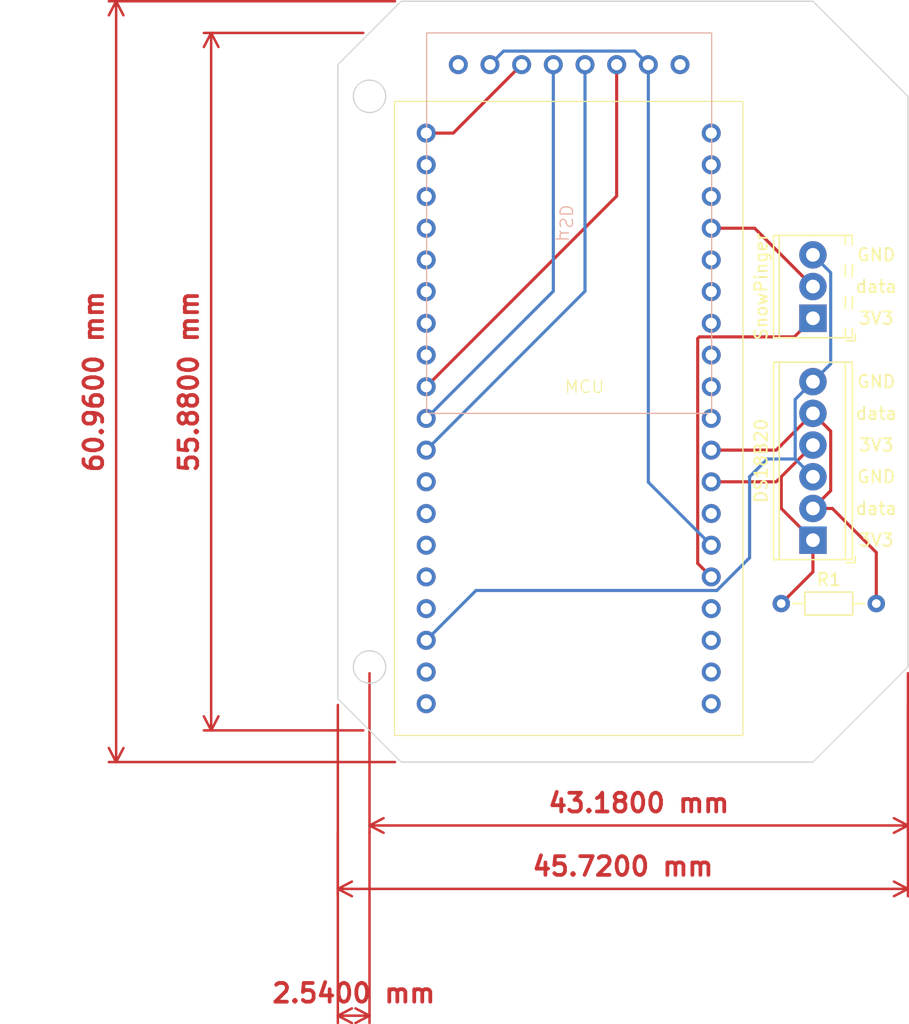
<source format=kicad_pcb>
(kicad_pcb (version 20221018) (generator pcbnew)
  (layers (0 "F.Cu" signal) (31 "B.Cu" signal) (34 "B.Paste" user) (35 "F.Paste" user) (36 "B.SilkS" user "B.Silkscreen") (37 "F.SilkS" user "F.Silkscreen") (38 "B.Mask" user) (39 "F.Mask" user) (44 "Edge.Cuts" user))
  (net 0 "")
  (net 1 "/GND")
  (net 2 "/3V3")
  (net 3 "/sd_cs")
  (net 22 "Net-(MCU1-MISO)")
  (net 23 "Net-(MCU1-MOSI)")
  (net 24 "Net-(MCU1-SCK)")
  (net 35 "Net-(DS18B20-Pin_1)")
  (net 36 "Net-(DS18B20-Pin_2)")
  (net 37 "Net-(MCU1-SERIAL1_RX)")
  (net 38 "Net-(MCU1-D11)")
  (footprint "TerminalBlock_Phoenix:TerminalBlock_Phoenix_MPT-0,5-6-2.54_1x06_P2.54mm_Horizontal" (layer "F.Cu") (at 149.86 116.84 90)
    (fp_text reference "DS18B20" (at 6.35 -4.16 90) (layer "F.SilkS"))
    (fp_text value "Screw_Terminal_01x06")
    (fp_line (start -1.8 2.66) (end -1.8 3.4) (stroke (width 0.12)) (layer "F.SilkS"))
    (fp_line (start -1.8 3.4) (end -1.3 3.4) (stroke (width 0.12)) (layer "F.SilkS"))
    (fp_line (start -1.56 -3.16) (end -1.56 3.16) (stroke (width 0.12)) (layer "F.SilkS"))
    (fp_line (start -1.56 -3.16) (end 14.26 -3.16) (stroke (width 0.12)) (layer "F.SilkS"))
    (fp_line (start -1.56 -2.7) (end 14.26 -2.7) (stroke (width 0.12)) (layer "F.SilkS"))
    (fp_line (start -1.56 2.6) (end 14.26 2.6) (stroke (width 0.12)) (layer "F.SilkS"))
    (fp_line (start -1.56 3.16) (end 14.26 3.16) (stroke (width 0.12)) (layer "F.SilkS"))
    (fp_line (start 14.26 -3.16) (end 14.26 3.16) (stroke (width 0.12)) (layer "F.SilkS"))
    (pad "1" thru_hole rect (at 0 0 90) (size 2.2 2.2) (drill 1.1) (layers "*.Cu" "*.Mask") (net 35 "Net-(DS18B20-Pin_1)"))
    (pad "2" thru_hole circle (at 2.54 0 90) (size 2.2 2.2) (drill 1.1) (layers "*.Cu" "*.Mask") (net 36 "Net-(DS18B20-Pin_2)"))
    (pad "3" thru_hole circle (at 5.08 0 90) (size 2.2 2.2) (drill 1.1) (layers "*.Cu" "*.Mask") (net 1 "/GND"))
    (pad "4" thru_hole circle (at 7.62 0 90) (size 2.2 2.2) (drill 1.1) (layers "*.Cu" "*.Mask") (net 35 "Net-(DS18B20-Pin_1)"))
    (pad "5" thru_hole circle (at 10.16 0 90) (size 2.2 2.2) (drill 1.1) (layers "*.Cu" "*.Mask") (net 36 "Net-(DS18B20-Pin_2)"))
    (pad "6" thru_hole circle (at 12.7 0 90) (size 2.2 2.2) (drill 1.1) (layers "*.Cu" "*.Mask") (net 1 "/GND"))
  )
  (footprint "TerminalBlock_Phoenix:TerminalBlock_Phoenix_MPT-0,5-3-2.54_1x03_P2.54mm_Horizontal" (layer "F.Cu") (at 149.86 99.06 90)
    (fp_text reference "SnowPinger" (at 2.54 -4.16 90) (layer "F.SilkS"))
    (fp_text value "Screw_Terminal_01x03")
    (fp_line (start -1.8 2.66) (end -1.8 3.4) (stroke (width 0.12)) (layer "F.SilkS"))
    (fp_line (start -1.8 3.4) (end -1.3 3.4) (stroke (width 0.12)) (layer "F.SilkS"))
    (fp_line (start -1.56 -3.16) (end -1.56 3.16) (stroke (width 0.12)) (layer "F.SilkS"))
    (fp_line (start -1.56 -3.16) (end 6.64 -3.16) (stroke (width 0.12)) (layer "F.SilkS"))
    (fp_line (start -1.56 -2.7) (end 6.64 -2.7) (stroke (width 0.12)) (layer "F.SilkS"))
    (fp_line (start -1.56 2.6) (end -0.79 2.6) (stroke (width 0.12)) (layer "F.SilkS"))
    (fp_line (start -1.56 3.16) (end -0.79 3.16) (stroke (width 0.12)) (layer "F.SilkS"))
    (fp_line (start 0.79 2.6) (end 1.75 2.6) (stroke (width 0.12)) (layer "F.SilkS"))
    (fp_line (start 0.79 3.16) (end 1.75 3.16) (stroke (width 0.12)) (layer "F.SilkS"))
    (fp_line (start 3.33 2.6) (end 4.29 2.6) (stroke (width 0.12)) (layer "F.SilkS"))
    (fp_line (start 3.33 3.16) (end 4.29 3.16) (stroke (width 0.12)) (layer "F.SilkS"))
    (fp_line (start 5.87 2.6) (end 6.64 2.6) (stroke (width 0.12)) (layer "F.SilkS"))
    (fp_line (start 5.87 3.16) (end 6.64 3.16) (stroke (width 0.12)) (layer "F.SilkS"))
    (fp_line (start 6.64 -3.16) (end 6.64 3.16) (stroke (width 0.12)) (layer "F.SilkS"))
    (pad "" np_thru_hole circle (at 0 2.54 90) (size 1.1 1.1) (drill 1.1) (layers "*.Cu" "*.Mask"))
    (pad "" np_thru_hole circle (at 2.54 2.54 90) (size 1.1 1.1) (drill 1.1) (layers "*.Cu" "*.Mask"))
    (pad "" np_thru_hole circle (at 5.08 2.54 90) (size 1.1 1.1) (drill 1.1) (layers "*.Cu" "*.Mask"))
    (pad "1" thru_hole rect (at 0 0 90) (size 2.2 2.2) (drill 1.1) (layers "*.Cu" "*.Mask") (net 38 "Net-(MCU1-D11)"))
    (pad "2" thru_hole circle (at 2.54 0 90) (size 2.2 2.2) (drill 1.1) (layers "*.Cu" "*.Mask") (net 37 "Net-(MCU1-SERIAL1_RX)"))
    (pad "3" thru_hole circle (at 5.08 0 90) (size 2.2 2.2) (drill 1.1) (layers "*.Cu" "*.Mask") (net 1 "/GND"))
  )
  (footprint "Module:Rocket_Scream_Mini_Ultra_Pro" (layer "F.Cu") (at 131.545 107.085)
    (fp_text reference "MCU" (at 0 -2.54 unlocked) (layer "F.SilkS") (effects (font (thickness 0.1))))
    (fp_text value "~")
    (fp_rect (start -15.24 -25.4) (end 12.7 25.4) (stroke (width 0.1)) (fill none) (layer "F.SilkS"))
    (pad "0" thru_hole circle (at 10.16 -15.24) (size 1.524 1.524) (drill 0.9) (layers "*.Cu" "*.Mask") (net 37 "Net-(MCU1-SERIAL1_RX)"))
    (pad "1" thru_hole circle (at 10.16 -12.7) (size 1.524 1.524) (drill 0.9) (layers "*.Cu" "*.Mask"))
    (pad "2" thru_hole circle (at 10.16 -10.16) (size 1.524 1.524) (drill 0.9) (layers "*.Cu" "*.Mask"))
    (pad "3" thru_hole circle (at 10.16 -7.62) (size 1.524 1.524) (drill 0.9) (layers "*.Cu" "*.Mask"))
    (pad "3V3" thru_hole circle (at -12.7 7.62) (size 1.524 1.524) (drill 0.9) (layers "*.Cu" "*.Mask") (net 2 "/3V3"))
    (pad "4" thru_hole circle (at 10.16 -5.08) (size 1.524 1.524) (drill 0.9) (layers "*.Cu" "*.Mask"))
    (pad "5" thru_hole circle (at 10.16 -2.54) (size 1.524 1.524) (drill 0.9) (layers "*.Cu" "*.Mask"))
    (pad "5V" thru_hole circle (at -12.7 12.7) (size 1.524 1.524) (drill 0.9) (layers "*.Cu" "*.Mask"))
    (pad "6" thru_hole circle (at 10.16 0) (size 1.524 1.524) (drill 0.9) (layers "*.Cu" "*.Mask"))
    (pad "7" thru_hole circle (at 10.16 2.54) (size 1.524 1.524) (drill 0.9) (layers "*.Cu" "*.Mask") (net 36 "Net-(DS18B20-Pin_2)"))
    (pad "8" thru_hole circle (at 10.16 5.08) (size 1.524 1.524) (drill 0.9) (layers "*.Cu" "*.Mask") (net 35 "Net-(DS18B20-Pin_1)"))
    (pad "9" thru_hole circle (at 10.16 7.62) (size 1.524 1.524) (drill 0.9) (layers "*.Cu" "*.Mask"))
    (pad "10" thru_hole circle (at 10.16 10.16) (size 1.524 1.524) (drill 0.9) (layers "*.Cu" "*.Mask") (net 3 "/sd_cs"))
    (pad "11" thru_hole circle (at 10.16 12.7) (size 1.524 1.524) (drill 0.9) (layers "*.Cu" "*.Mask") (net 38 "Net-(MCU1-D11)"))
    (pad "12" thru_hole circle (at 10.16 15.24) (size 1.524 1.524) (drill 0.9) (layers "*.Cu" "*.Mask"))
    (pad "13" thru_hole circle (at 10.16 17.78) (size 1.524 1.524) (drill 0.9) (layers "*.Cu" "*.Mask"))
    (pad "14" thru_hole circle (at -12.7 -17.78) (size 1.524 1.524) (drill 0.9) (layers "*.Cu" "*.Mask"))
    (pad "15" thru_hole circle (at -12.7 -15.24) (size 1.524 1.524) (drill 0.9) (layers "*.Cu" "*.Mask"))
    (pad "16" thru_hole circle (at -12.7 -12.7) (size 1.524 1.524) (drill 0.9) (layers "*.Cu" "*.Mask"))
    (pad "17" thru_hole circle (at -12.7 -10.16) (size 1.524 1.524) (drill 0.9) (layers "*.Cu" "*.Mask"))
    (pad "18" thru_hole circle (at -12.7 -7.62) (size 1.524 1.524) (drill 0.9) (layers "*.Cu" "*.Mask"))
    (pad "19" thru_hole circle (at -12.7 -5.08) (size 1.524 1.524) (drill 0.9) (layers "*.Cu" "*.Mask"))
    (pad "20" thru_hole circle (at 10.16 22.86) (size 1.524 1.524) (drill 0.9) (layers "*.Cu" "*.Mask"))
    (pad "21" thru_hole circle (at 10.16 20.32) (size 1.524 1.524) (drill 0.9) (layers "*.Cu" "*.Mask"))
    (pad "22" thru_hole circle (at -12.7 2.54) (size 1.524 1.524) (drill 0.9) (layers "*.Cu" "*.Mask") (net 22 "Net-(MCU1-MISO)"))
    (pad "23" thru_hole circle (at -12.7 -2.54) (size 1.524 1.524) (drill 0.9) (layers "*.Cu" "*.Mask") (net 23 "Net-(MCU1-MOSI)"))
    (pad "24" thru_hole circle (at -12.7 0) (size 1.524 1.524) (drill 0.9) (layers "*.Cu" "*.Mask") (net 24 "Net-(MCU1-SCK)"))
    (pad "30" thru_hole circle (at 10.16 -17.78) (size 1.524 1.524) (drill 0.9) (layers "*.Cu" "*.Mask"))
    (pad "31" thru_hole circle (at 10.16 -20.32) (size 1.524 1.524) (drill 0.9) (layers "*.Cu" "*.Mask"))
    (pad "38" thru_hole circle (at -12.7 5.08) (size 1.524 1.524) (drill 0.9) (layers "*.Cu" "*.Mask"))
    (pad "AREF" thru_hole circle (at -12.7 -20.32) (size 1.524 1.524) (drill 0.9) (layers "*.Cu" "*.Mask"))
    (pad "BAT" thru_hole circle (at -12.7 20.32) (size 1.524 1.524) (drill 0.9) (layers "*.Cu" "*.Mask"))
    (pad "GND" thru_hole circle (at -12.7 -22.86) (size 1.524 1.524) (drill 0.9) (layers "*.Cu" "*.Mask") (net 1 "/GND"))
    (pad "GND" thru_hole circle (at -12.7 17.78) (size 1.524 1.524) (drill 0.9) (layers "*.Cu" "*.Mask") (net 1 "/GND"))
    (pad "GND" thru_hole circle (at -12.7 22.86) (size 1.524 1.524) (drill 0.9) (layers "*.Cu" "*.Mask") (net 1 "/GND"))
    (pad "RST" thru_hole circle (at 10.16 -22.86) (size 1.524 1.524) (drill 0.9) (layers "*.Cu" "*.Mask"))
    (pad "VBUS" thru_hole circle (at -12.7 10.16) (size 1.524 1.524) (drill 0.9) (layers "*.Cu" "*.Mask"))
    (pad "VIN" thru_hole circle (at -12.7 15.24) (size 1.524 1.524) (drill 0.9) (layers "*.Cu" "*.Mask"))
  )
  (footprint "Resistor_THT:R_Axial_DIN0204_L3.6mm_D1.6mm_P7.62mm_Horizontal" (layer "F.Cu") (at 147.32 121.92)
    (fp_text reference "R1" (at 3.81 -1.92) (layer "F.SilkS"))
    (fp_text value "R")
    (fp_line (start 0.94 0) (end 1.89 0) (stroke (width 0.12)) (layer "F.SilkS"))
    (fp_line (start 1.89 -0.92) (end 1.89 0.92) (stroke (width 0.12)) (layer "F.SilkS"))
    (fp_line (start 1.89 0.92) (end 5.73 0.92) (stroke (width 0.12)) (layer "F.SilkS"))
    (fp_line (start 5.73 -0.92) (end 1.89 -0.92) (stroke (width 0.12)) (layer "F.SilkS"))
    (fp_line (start 5.73 0.92) (end 5.73 -0.92) (stroke (width 0.12)) (layer "F.SilkS"))
    (fp_line (start 6.68 0) (end 5.73 0) (stroke (width 0.12)) (layer "F.SilkS"))
    (pad "1" thru_hole circle (at 0 0) (size 1.4 1.4) (drill 0.7) (layers "*.Cu" "*.Mask") (net 35 "Net-(DS18B20-Pin_1)"))
    (pad "2" thru_hole oval (at 7.62 0) (size 1.4 1.4) (drill 0.7) (layers "*.Cu" "*.Mask") (net 36 "Net-(DS18B20-Pin_2)"))
  )
  (footprint "Connector_Card:micro_sd_cardReader_adafruit" (layer "B.Cu") (at 129.54 91.44 90)
    (fp_text reference "µSD" (at 0 0.5 270 unlocked) (layer "B.SilkS") (effects (font (thickness 0.1)) (justify mirror)))
    (fp_text value "~")
    (fp_rect (start -15.24 12.2) (end 15.24 -10.66) (stroke (width 0.1)) (fill none) (layer "B.SilkS"))
    (pad "1" thru_hole circle (at 12.7 9.66 90) (size 1.524 1.524) (drill 0.9) (layers "*.Cu" "*.Mask"))
    (pad "2" thru_hole circle (at 12.7 7.12 90) (size 1.524 1.524) (drill 0.9) (layers "*.Cu" "*.Mask") (net 3 "/sd_cs"))
    (pad "3" thru_hole circle (at 12.7 4.58 90) (size 1.524 1.524) (drill 0.9) (layers "*.Cu" "*.Mask") (net 23 "Net-(MCU1-MOSI)"))
    (pad "4" thru_hole circle (at 12.7 2.04 90) (size 1.524 1.524) (drill 0.9) (layers "*.Cu" "*.Mask") (net 22 "Net-(MCU1-MISO)"))
    (pad "5" thru_hole circle (at 12.7 -0.5 90) (size 1.524 1.524) (drill 0.9) (layers "*.Cu" "*.Mask") (net 24 "Net-(MCU1-SCK)"))
    (pad "6" thru_hole circle (at 12.7 -3.04 90) (size 1.524 1.524) (drill 0.9) (layers "*.Cu" "*.Mask") (net 1 "/GND"))
    (pad "7" thru_hole circle (at 12.7 -5.58 90) (size 1.524 1.524) (drill 0.9) (layers "*.Cu" "*.Mask") (net 3 "/sd_cs"))
    (pad "8" thru_hole circle (at 12.7 -8.12 90) (size 1.524 1.524) (drill 0.9) (layers "*.Cu" "*.Mask"))
  )
  (gr_poly (pts (xy 111.76 78.74) (xy 111.76 129.54) (xy 116.84 134.62) (xy 149.86 134.62) (xy 157.48 127) (xy 157.48 81.28) (xy 149.86 73.66) (xy 116.84 73.66)) (stroke (width 0.1)) (fill none) (layer "Edge.Cuts"))
  (gr_circle (center 114.3 127) (end 115.6 127) (stroke (width 0.1)) (fill none) (layer "Edge.Cuts"))
  (gr_circle (center 114.3 81.28) (end 115.6 81.28) (stroke (width 0.1)) (fill none) (layer "Edge.Cuts"))
  (gr_text "3V3" (at 154.94 116.84) (layer "F.SilkS") (effects (font (size 1 1))))
  (gr_text "3V3" (at 154.94 109.22) (layer "F.SilkS") (effects (font (size 1 1))))
  (gr_text "GND" (at 154.94 104.14) (layer "F.SilkS") (effects (font (size 1 1))))
  (gr_text "data" (at 154.94 106.68) (layer "F.SilkS") (effects (font (size 1 1))))
  (gr_text "data" (at 154.94 114.3) (layer "F.SilkS") (effects (font (size 1 1))))
  (gr_text "data" (at 154.94 96.52) (layer "F.SilkS") (effects (font (size 1 1))))
  (gr_text "GND" (at 154.94 93.98) (layer "F.SilkS") (effects (font (size 1 1))))
  (gr_text "3V3" (at 154.94 99.06) (layer "F.SilkS") (effects (font (size 1 1))))
  (gr_text "GND" (at 154.94 111.76) (layer "F.SilkS") (effects (font (size 1 1))))
  (dimension (type aligned) (layer "F.Cu") (pts (xy 116.84 73.66) (xy 116.84 134.62)) (height 22.86) (gr_text "60.9600 mm" (at 92.18 104.14 90) (layer "F.Cu") (effects (font (size 1.5 1.5) (thickness 0.3)))) (format (prefix "") (suffix "") (units 3) (units_format 1) (precision 4)) (style (thickness 0.2) (arrow_length 1.27) (text_position_mode 0) (extension_height 0.58642) (extension_offset 0.5) keep_text_aligned))
  (dimension (type aligned) (layer "F.Cu") (pts (xy 114.3 139.7) (xy 111.76 139.7)) (height -15.24) (gr_text "2.5400 mm" (at 113.03 153.14) (layer "F.Cu") (effects (font (size 1.5 1.5) (thickness 0.3)))) (format (prefix "") (suffix "") (units 3) (units_format 1) (precision 4)) (style (thickness 0.2) (arrow_length 1.27) (text_position_mode 0) (extension_height 0.58642) (extension_offset 0.5) keep_text_aligned))
  (dimension (type aligned) (layer "F.Cu") (pts (xy 114.3 127) (xy 157.48 127)) (height 12.7) (gr_text "43.1800 mm" (at 135.89 137.9) (layer "F.Cu") (effects (font (size 1.5 1.5) (thickness 0.3)))) (format (prefix "") (suffix "") (units 3) (units_format 1) (precision 4)) (style (thickness 0.2) (arrow_length 1.27) (text_position_mode 0) (extension_height 0.58642) (extension_offset 0.5) keep_text_aligned))
  (dimension (type aligned) (layer "F.Cu") (pts (xy 114.3 76.2) (xy 114.3 132.08)) (height 12.699999) (gr_text "55.8800 mm" (at 99.800001 104.14 90) (layer "F.Cu") (effects (font (size 1.5 1.5) (thickness 0.3)))) (format (prefix "") (suffix "") (units 3) (units_format 1) (precision 4)) (style (thickness 0.2) (arrow_length 1.27) (text_position_mode 0) (extension_height 0.58642) (extension_offset 0.5) keep_text_aligned))
  (dimension (type aligned) (layer "F.Cu") (pts (xy 111.76 129.54) (xy 157.48 129.54)) (height 15.24) (gr_text "45.7200 mm" (at 134.62 142.98) (layer "F.Cu") (effects (font (size 1.5 1.5) (thickness 0.3)))) (format (prefix "") (suffix "") (units 3) (units_format 1) (precision 4)) (style (thickness 0.2) (arrow_length 1.27) (text_position_mode 0) (extension_height 0.58642) (extension_offset 0.5) keep_text_aligned))
  (segment (start 121.015 84.225) (end 118.845 84.225) (width 0.25) (layer "F.Cu") (net 1))
  (segment (start 126.5 78.74) (end 121.015 84.225) (width 0.25) (layer "F.Cu") (net 1))
  (segment (start 122.838 120.872) (end 142.155251 120.872) (width 0.25) (layer "B.Cu") (net 1))
  (segment (start 142.155251 120.872) (end 144.78 118.247251) (width 0.25) (layer "B.Cu") (net 1))
  (segment (start 144.78 118.247251) (end 144.78 111.76) (width 0.25) (layer "B.Cu") (net 1))
  (segment (start 151.285 95.405) (end 151.285 102.715) (width 0.25) (layer "B.Cu") (net 1))
  (segment (start 148.435 105.565) (end 148.435 110.335) (width 0.25) (layer "B.Cu") (net 1))
  (segment (start 151.285 102.715) (end 149.86 104.14) (width 0.25) (layer "B.Cu") (net 1))
  (segment (start 118.845 124.865) (end 122.838 120.872) (width 0.25) (layer "B.Cu") (net 1))
  (segment (start 146.205 110.335) (end 148.435 110.335) (width 0.25) (layer "B.Cu") (net 1))
  (segment (start 149.86 104.14) (end 148.435 105.565) (width 0.25) (layer "B.Cu") (net 1))
  (segment (start 149.86 93.98) (end 151.285 95.405) (width 0.25) (layer "B.Cu") (net 1))
  (segment (start 148.435 110.335) (end 149.86 111.76) (width 0.25) (layer "B.Cu") (net 1))
  (segment (start 144.78 111.76) (end 146.205 110.335) (width 0.25) (layer "B.Cu") (net 1))
  (segment (start 135.573 77.653) (end 125.047 77.653) (width 0.25) (layer "B.Cu") (net 3))
  (segment (start 136.66 78.74) (end 135.573 77.653) (width 0.25) (layer "B.Cu") (net 3))
  (segment (start 136.66 112.2) (end 136.66 78.74) (width 0.25) (layer "B.Cu") (net 3))
  (segment (start 125.047 77.653) (end 123.96 78.74) (width 0.25) (layer "B.Cu") (net 3))
  (segment (start 141.705 117.245) (end 136.66 112.2) (width 0.25) (layer "B.Cu") (net 3))
  (segment (start 131.58 78.74) (end 131.58 96.89) (width 0.25) (layer "B.Cu") (net 22))
  (segment (start 131.58 96.89) (end 118.845 109.625) (width 0.25) (layer "B.Cu") (net 22))
  (segment (start 134.12 78.74) (end 134.12 89.27) (width 0.25) (layer "F.Cu") (net 23))
  (segment (start 134.12 89.27) (end 118.845 104.545) (width 0.25) (layer "F.Cu") (net 23))
  (segment (start 129.04 96.89) (end 118.845 107.085) (width 0.25) (layer "B.Cu") (net 24))
  (segment (start 129.04 78.74) (end 129.04 96.89) (width 0.25) (layer "B.Cu") (net 24))
  (segment (start 147.32 111.76) (end 149.86 109.22) (width 0.25) (layer "F.Cu") (net 35))
  (segment (start 147.32 114.3) (end 147.32 111.76) (width 0.25) (layer "F.Cu") (net 35))
  (segment (start 149.86 119.38) (end 147.32 121.92) (width 0.25) (layer "F.Cu") (net 35))
  (segment (start 149.86 116.84) (end 147.32 114.3) (width 0.25) (layer "F.Cu") (net 35))
  (segment (start 146.915 112.165) (end 141.705 112.165) (width 0.25) (layer "F.Cu") (net 35))
  (segment (start 149.86 116.84) (end 149.86 119.38) (width 0.25) (layer "F.Cu") (net 35))
  (segment (start 147.32 111.76) (end 146.915 112.165) (width 0.25) (layer "F.Cu") (net 35))
  (segment (start 147.32 109.22) (end 146.915 109.625) (width 0.25) (layer "F.Cu") (net 36))
  (segment (start 146.915 109.625) (end 141.705 109.625) (width 0.25) (layer "F.Cu") (net 36))
  (segment (start 151.285 108.105) (end 151.285 112.875) (width 0.25) (layer "F.Cu") (net 36))
  (segment (start 149.86 106.68) (end 147.32 109.22) (width 0.25) (layer "F.Cu") (net 36))
  (segment (start 151.285 112.875) (end 149.86 114.3) (width 0.25) (layer "F.Cu") (net 36))
  (segment (start 151.415634 114.3) (end 154.94 117.824366) (width 0.25) (layer "F.Cu") (net 36))
  (segment (start 149.86 106.68) (end 151.285 108.105) (width 0.25) (layer "F.Cu") (net 36))
  (segment (start 154.94 117.824366) (end 154.94 121.92) (width 0.25) (layer "F.Cu") (net 36))
  (segment (start 149.86 114.3) (end 151.415634 114.3) (width 0.25) (layer "F.Cu") (net 36))
  (segment (start 145.185 91.845) (end 149.86 96.52) (width 0.25) (layer "F.Cu") (net 37))
  (segment (start 141.705 91.845) (end 145.185 91.845) (width 0.25) (layer "F.Cu") (net 37))
  (segment (start 140.618 100.682) (end 140.618 118.698) (width 0.25) (layer "F.Cu") (net 38))
  (segment (start 140.618 118.698) (end 141.705 119.785) (width 0.25) (layer "F.Cu") (net 38))
  (segment (start 140.748 100.552) (end 140.618 100.682) (width 0.25) (layer "F.Cu") (net 38))
  (segment (start 148.368 100.552) (end 140.748 100.552) (width 0.25) (layer "F.Cu") (net 38))
  (segment (start 149.86 99.06) (end 148.368 100.552) (width 0.25) (layer "F.Cu") (net 38))
)
</source>
